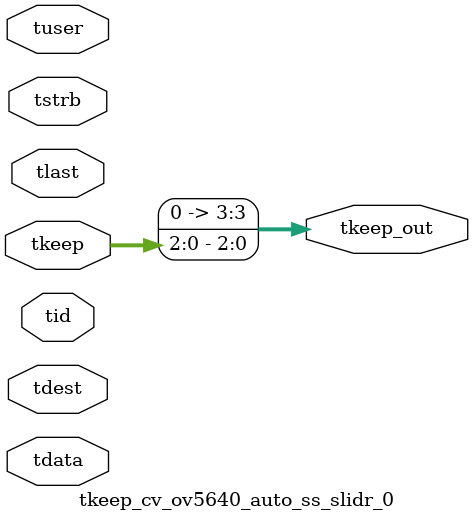
<source format=v>


`timescale 1ps/1ps

module tkeep_cv_ov5640_auto_ss_slidr_0 #
(
parameter C_S_AXIS_TDATA_WIDTH = 32,
parameter C_S_AXIS_TUSER_WIDTH = 0,
parameter C_S_AXIS_TID_WIDTH   = 0,
parameter C_S_AXIS_TDEST_WIDTH = 0,
parameter C_M_AXIS_TDATA_WIDTH = 32
)
(
input  [(C_S_AXIS_TDATA_WIDTH == 0 ? 1 : C_S_AXIS_TDATA_WIDTH)-1:0     ] tdata,
input  [(C_S_AXIS_TUSER_WIDTH == 0 ? 1 : C_S_AXIS_TUSER_WIDTH)-1:0     ] tuser,
input  [(C_S_AXIS_TID_WIDTH   == 0 ? 1 : C_S_AXIS_TID_WIDTH)-1:0       ] tid,
input  [(C_S_AXIS_TDEST_WIDTH == 0 ? 1 : C_S_AXIS_TDEST_WIDTH)-1:0     ] tdest,
input  [(C_S_AXIS_TDATA_WIDTH/8)-1:0 ] tkeep,
input  [(C_S_AXIS_TDATA_WIDTH/8)-1:0 ] tstrb,
input                                                                    tlast,
output [(C_M_AXIS_TDATA_WIDTH/8)-1:0 ] tkeep_out
);

assign tkeep_out = {tkeep[2:0]};

endmodule


</source>
